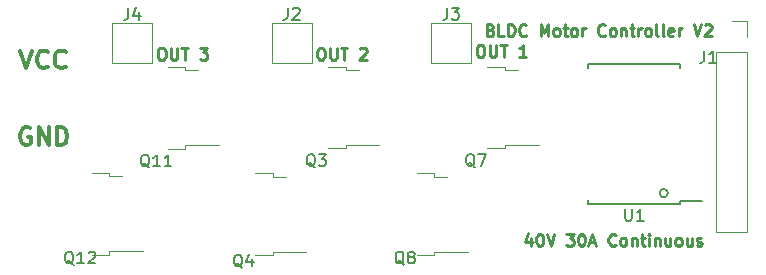
<source format=gbr>
G04 #@! TF.GenerationSoftware,KiCad,Pcbnew,(5.0.1)-3*
G04 #@! TF.CreationDate,2020-02-13T16:16:06-05:00*
G04 #@! TF.ProjectId,ESC_V1,4553435F56312E6B696361645F706362,rev?*
G04 #@! TF.SameCoordinates,Original*
G04 #@! TF.FileFunction,Legend,Top*
G04 #@! TF.FilePolarity,Positive*
%FSLAX46Y46*%
G04 Gerber Fmt 4.6, Leading zero omitted, Abs format (unit mm)*
G04 Created by KiCad (PCBNEW (5.0.1)-3) date 2/13/2020 4:16:06 PM*
%MOMM*%
%LPD*%
G01*
G04 APERTURE LIST*
%ADD10C,0.200000*%
%ADD11C,0.250000*%
%ADD12C,0.300000*%
%ADD13C,0.120000*%
%ADD14C,0.150000*%
G04 APERTURE END LIST*
D10*
X177853553Y-64250000D02*
G75*
G03X177853553Y-64250000I-353553J0D01*
G01*
D11*
X161892857Y-51702380D02*
X162083333Y-51702380D01*
X162178571Y-51750000D01*
X162273809Y-51845238D01*
X162321428Y-52035714D01*
X162321428Y-52369047D01*
X162273809Y-52559523D01*
X162178571Y-52654761D01*
X162083333Y-52702380D01*
X161892857Y-52702380D01*
X161797619Y-52654761D01*
X161702380Y-52559523D01*
X161654761Y-52369047D01*
X161654761Y-52035714D01*
X161702380Y-51845238D01*
X161797619Y-51750000D01*
X161892857Y-51702380D01*
X162750000Y-51702380D02*
X162750000Y-52511904D01*
X162797619Y-52607142D01*
X162845238Y-52654761D01*
X162940476Y-52702380D01*
X163130952Y-52702380D01*
X163226190Y-52654761D01*
X163273809Y-52607142D01*
X163321428Y-52511904D01*
X163321428Y-51702380D01*
X163654761Y-51702380D02*
X164226190Y-51702380D01*
X163940476Y-52702380D02*
X163940476Y-51702380D01*
X165845238Y-52702380D02*
X165273809Y-52702380D01*
X165559523Y-52702380D02*
X165559523Y-51702380D01*
X165464285Y-51845238D01*
X165369047Y-51940476D01*
X165273809Y-51988095D01*
X148392857Y-51952380D02*
X148583333Y-51952380D01*
X148678571Y-52000000D01*
X148773809Y-52095238D01*
X148821428Y-52285714D01*
X148821428Y-52619047D01*
X148773809Y-52809523D01*
X148678571Y-52904761D01*
X148583333Y-52952380D01*
X148392857Y-52952380D01*
X148297619Y-52904761D01*
X148202380Y-52809523D01*
X148154761Y-52619047D01*
X148154761Y-52285714D01*
X148202380Y-52095238D01*
X148297619Y-52000000D01*
X148392857Y-51952380D01*
X149250000Y-51952380D02*
X149250000Y-52761904D01*
X149297619Y-52857142D01*
X149345238Y-52904761D01*
X149440476Y-52952380D01*
X149630952Y-52952380D01*
X149726190Y-52904761D01*
X149773809Y-52857142D01*
X149821428Y-52761904D01*
X149821428Y-51952380D01*
X150154761Y-51952380D02*
X150726190Y-51952380D01*
X150440476Y-52952380D02*
X150440476Y-51952380D01*
X151773809Y-52047619D02*
X151821428Y-52000000D01*
X151916666Y-51952380D01*
X152154761Y-51952380D01*
X152250000Y-52000000D01*
X152297619Y-52047619D01*
X152345238Y-52142857D01*
X152345238Y-52238095D01*
X152297619Y-52380952D01*
X151726190Y-52952380D01*
X152345238Y-52952380D01*
X134892857Y-51952380D02*
X135083333Y-51952380D01*
X135178571Y-52000000D01*
X135273809Y-52095238D01*
X135321428Y-52285714D01*
X135321428Y-52619047D01*
X135273809Y-52809523D01*
X135178571Y-52904761D01*
X135083333Y-52952380D01*
X134892857Y-52952380D01*
X134797619Y-52904761D01*
X134702380Y-52809523D01*
X134654761Y-52619047D01*
X134654761Y-52285714D01*
X134702380Y-52095238D01*
X134797619Y-52000000D01*
X134892857Y-51952380D01*
X135750000Y-51952380D02*
X135750000Y-52761904D01*
X135797619Y-52857142D01*
X135845238Y-52904761D01*
X135940476Y-52952380D01*
X136130952Y-52952380D01*
X136226190Y-52904761D01*
X136273809Y-52857142D01*
X136321428Y-52761904D01*
X136321428Y-51952380D01*
X136654761Y-51952380D02*
X137226190Y-51952380D01*
X136940476Y-52952380D02*
X136940476Y-51952380D01*
X138226190Y-51952380D02*
X138845238Y-51952380D01*
X138511904Y-52333333D01*
X138654761Y-52333333D01*
X138750000Y-52380952D01*
X138797619Y-52428571D01*
X138845238Y-52523809D01*
X138845238Y-52761904D01*
X138797619Y-52857142D01*
X138750000Y-52904761D01*
X138654761Y-52952380D01*
X138369047Y-52952380D01*
X138273809Y-52904761D01*
X138226190Y-52857142D01*
X166250000Y-68035714D02*
X166250000Y-68702380D01*
X166011904Y-67654761D02*
X165773809Y-68369047D01*
X166392857Y-68369047D01*
X166964285Y-67702380D02*
X167059523Y-67702380D01*
X167154761Y-67750000D01*
X167202380Y-67797619D01*
X167250000Y-67892857D01*
X167297619Y-68083333D01*
X167297619Y-68321428D01*
X167250000Y-68511904D01*
X167202380Y-68607142D01*
X167154761Y-68654761D01*
X167059523Y-68702380D01*
X166964285Y-68702380D01*
X166869047Y-68654761D01*
X166821428Y-68607142D01*
X166773809Y-68511904D01*
X166726190Y-68321428D01*
X166726190Y-68083333D01*
X166773809Y-67892857D01*
X166821428Y-67797619D01*
X166869047Y-67750000D01*
X166964285Y-67702380D01*
X167583333Y-67702380D02*
X167916666Y-68702380D01*
X168250000Y-67702380D01*
X169250000Y-67702380D02*
X169869047Y-67702380D01*
X169535714Y-68083333D01*
X169678571Y-68083333D01*
X169773809Y-68130952D01*
X169821428Y-68178571D01*
X169869047Y-68273809D01*
X169869047Y-68511904D01*
X169821428Y-68607142D01*
X169773809Y-68654761D01*
X169678571Y-68702380D01*
X169392857Y-68702380D01*
X169297619Y-68654761D01*
X169250000Y-68607142D01*
X170488095Y-67702380D02*
X170583333Y-67702380D01*
X170678571Y-67750000D01*
X170726190Y-67797619D01*
X170773809Y-67892857D01*
X170821428Y-68083333D01*
X170821428Y-68321428D01*
X170773809Y-68511904D01*
X170726190Y-68607142D01*
X170678571Y-68654761D01*
X170583333Y-68702380D01*
X170488095Y-68702380D01*
X170392857Y-68654761D01*
X170345238Y-68607142D01*
X170297619Y-68511904D01*
X170250000Y-68321428D01*
X170250000Y-68083333D01*
X170297619Y-67892857D01*
X170345238Y-67797619D01*
X170392857Y-67750000D01*
X170488095Y-67702380D01*
X171202380Y-68416666D02*
X171678571Y-68416666D01*
X171107142Y-68702380D02*
X171440476Y-67702380D01*
X171773809Y-68702380D01*
X173440476Y-68607142D02*
X173392857Y-68654761D01*
X173250000Y-68702380D01*
X173154761Y-68702380D01*
X173011904Y-68654761D01*
X172916666Y-68559523D01*
X172869047Y-68464285D01*
X172821428Y-68273809D01*
X172821428Y-68130952D01*
X172869047Y-67940476D01*
X172916666Y-67845238D01*
X173011904Y-67750000D01*
X173154761Y-67702380D01*
X173250000Y-67702380D01*
X173392857Y-67750000D01*
X173440476Y-67797619D01*
X174011904Y-68702380D02*
X173916666Y-68654761D01*
X173869047Y-68607142D01*
X173821428Y-68511904D01*
X173821428Y-68226190D01*
X173869047Y-68130952D01*
X173916666Y-68083333D01*
X174011904Y-68035714D01*
X174154761Y-68035714D01*
X174250000Y-68083333D01*
X174297619Y-68130952D01*
X174345238Y-68226190D01*
X174345238Y-68511904D01*
X174297619Y-68607142D01*
X174250000Y-68654761D01*
X174154761Y-68702380D01*
X174011904Y-68702380D01*
X174773809Y-68035714D02*
X174773809Y-68702380D01*
X174773809Y-68130952D02*
X174821428Y-68083333D01*
X174916666Y-68035714D01*
X175059523Y-68035714D01*
X175154761Y-68083333D01*
X175202380Y-68178571D01*
X175202380Y-68702380D01*
X175535714Y-68035714D02*
X175916666Y-68035714D01*
X175678571Y-67702380D02*
X175678571Y-68559523D01*
X175726190Y-68654761D01*
X175821428Y-68702380D01*
X175916666Y-68702380D01*
X176250000Y-68702380D02*
X176250000Y-68035714D01*
X176250000Y-67702380D02*
X176202380Y-67750000D01*
X176250000Y-67797619D01*
X176297619Y-67750000D01*
X176250000Y-67702380D01*
X176250000Y-67797619D01*
X176726190Y-68035714D02*
X176726190Y-68702380D01*
X176726190Y-68130952D02*
X176773809Y-68083333D01*
X176869047Y-68035714D01*
X177011904Y-68035714D01*
X177107142Y-68083333D01*
X177154761Y-68178571D01*
X177154761Y-68702380D01*
X178059523Y-68035714D02*
X178059523Y-68702380D01*
X177630952Y-68035714D02*
X177630952Y-68559523D01*
X177678571Y-68654761D01*
X177773809Y-68702380D01*
X177916666Y-68702380D01*
X178011904Y-68654761D01*
X178059523Y-68607142D01*
X178678571Y-68702380D02*
X178583333Y-68654761D01*
X178535714Y-68607142D01*
X178488095Y-68511904D01*
X178488095Y-68226190D01*
X178535714Y-68130952D01*
X178583333Y-68083333D01*
X178678571Y-68035714D01*
X178821428Y-68035714D01*
X178916666Y-68083333D01*
X178964285Y-68130952D01*
X179011904Y-68226190D01*
X179011904Y-68511904D01*
X178964285Y-68607142D01*
X178916666Y-68654761D01*
X178821428Y-68702380D01*
X178678571Y-68702380D01*
X179869047Y-68035714D02*
X179869047Y-68702380D01*
X179440476Y-68035714D02*
X179440476Y-68559523D01*
X179488095Y-68654761D01*
X179583333Y-68702380D01*
X179726190Y-68702380D01*
X179821428Y-68654761D01*
X179869047Y-68607142D01*
X180297619Y-68654761D02*
X180392857Y-68702380D01*
X180583333Y-68702380D01*
X180678571Y-68654761D01*
X180726190Y-68559523D01*
X180726190Y-68511904D01*
X180678571Y-68416666D01*
X180583333Y-68369047D01*
X180440476Y-68369047D01*
X180345238Y-68321428D01*
X180297619Y-68226190D01*
X180297619Y-68178571D01*
X180345238Y-68083333D01*
X180440476Y-68035714D01*
X180583333Y-68035714D01*
X180678571Y-68083333D01*
X162833333Y-50428571D02*
X162976190Y-50476190D01*
X163023809Y-50523809D01*
X163071428Y-50619047D01*
X163071428Y-50761904D01*
X163023809Y-50857142D01*
X162976190Y-50904761D01*
X162880952Y-50952380D01*
X162500000Y-50952380D01*
X162500000Y-49952380D01*
X162833333Y-49952380D01*
X162928571Y-50000000D01*
X162976190Y-50047619D01*
X163023809Y-50142857D01*
X163023809Y-50238095D01*
X162976190Y-50333333D01*
X162928571Y-50380952D01*
X162833333Y-50428571D01*
X162500000Y-50428571D01*
X163976190Y-50952380D02*
X163500000Y-50952380D01*
X163500000Y-49952380D01*
X164309523Y-50952380D02*
X164309523Y-49952380D01*
X164547619Y-49952380D01*
X164690476Y-50000000D01*
X164785714Y-50095238D01*
X164833333Y-50190476D01*
X164880952Y-50380952D01*
X164880952Y-50523809D01*
X164833333Y-50714285D01*
X164785714Y-50809523D01*
X164690476Y-50904761D01*
X164547619Y-50952380D01*
X164309523Y-50952380D01*
X165880952Y-50857142D02*
X165833333Y-50904761D01*
X165690476Y-50952380D01*
X165595238Y-50952380D01*
X165452380Y-50904761D01*
X165357142Y-50809523D01*
X165309523Y-50714285D01*
X165261904Y-50523809D01*
X165261904Y-50380952D01*
X165309523Y-50190476D01*
X165357142Y-50095238D01*
X165452380Y-50000000D01*
X165595238Y-49952380D01*
X165690476Y-49952380D01*
X165833333Y-50000000D01*
X165880952Y-50047619D01*
X167071428Y-50952380D02*
X167071428Y-49952380D01*
X167404761Y-50666666D01*
X167738095Y-49952380D01*
X167738095Y-50952380D01*
X168357142Y-50952380D02*
X168261904Y-50904761D01*
X168214285Y-50857142D01*
X168166666Y-50761904D01*
X168166666Y-50476190D01*
X168214285Y-50380952D01*
X168261904Y-50333333D01*
X168357142Y-50285714D01*
X168500000Y-50285714D01*
X168595238Y-50333333D01*
X168642857Y-50380952D01*
X168690476Y-50476190D01*
X168690476Y-50761904D01*
X168642857Y-50857142D01*
X168595238Y-50904761D01*
X168500000Y-50952380D01*
X168357142Y-50952380D01*
X168976190Y-50285714D02*
X169357142Y-50285714D01*
X169119047Y-49952380D02*
X169119047Y-50809523D01*
X169166666Y-50904761D01*
X169261904Y-50952380D01*
X169357142Y-50952380D01*
X169833333Y-50952380D02*
X169738095Y-50904761D01*
X169690476Y-50857142D01*
X169642857Y-50761904D01*
X169642857Y-50476190D01*
X169690476Y-50380952D01*
X169738095Y-50333333D01*
X169833333Y-50285714D01*
X169976190Y-50285714D01*
X170071428Y-50333333D01*
X170119047Y-50380952D01*
X170166666Y-50476190D01*
X170166666Y-50761904D01*
X170119047Y-50857142D01*
X170071428Y-50904761D01*
X169976190Y-50952380D01*
X169833333Y-50952380D01*
X170595238Y-50952380D02*
X170595238Y-50285714D01*
X170595238Y-50476190D02*
X170642857Y-50380952D01*
X170690476Y-50333333D01*
X170785714Y-50285714D01*
X170880952Y-50285714D01*
X172547619Y-50857142D02*
X172500000Y-50904761D01*
X172357142Y-50952380D01*
X172261904Y-50952380D01*
X172119047Y-50904761D01*
X172023809Y-50809523D01*
X171976190Y-50714285D01*
X171928571Y-50523809D01*
X171928571Y-50380952D01*
X171976190Y-50190476D01*
X172023809Y-50095238D01*
X172119047Y-50000000D01*
X172261904Y-49952380D01*
X172357142Y-49952380D01*
X172500000Y-50000000D01*
X172547619Y-50047619D01*
X173119047Y-50952380D02*
X173023809Y-50904761D01*
X172976190Y-50857142D01*
X172928571Y-50761904D01*
X172928571Y-50476190D01*
X172976190Y-50380952D01*
X173023809Y-50333333D01*
X173119047Y-50285714D01*
X173261904Y-50285714D01*
X173357142Y-50333333D01*
X173404761Y-50380952D01*
X173452380Y-50476190D01*
X173452380Y-50761904D01*
X173404761Y-50857142D01*
X173357142Y-50904761D01*
X173261904Y-50952380D01*
X173119047Y-50952380D01*
X173880952Y-50285714D02*
X173880952Y-50952380D01*
X173880952Y-50380952D02*
X173928571Y-50333333D01*
X174023809Y-50285714D01*
X174166666Y-50285714D01*
X174261904Y-50333333D01*
X174309523Y-50428571D01*
X174309523Y-50952380D01*
X174642857Y-50285714D02*
X175023809Y-50285714D01*
X174785714Y-49952380D02*
X174785714Y-50809523D01*
X174833333Y-50904761D01*
X174928571Y-50952380D01*
X175023809Y-50952380D01*
X175357142Y-50952380D02*
X175357142Y-50285714D01*
X175357142Y-50476190D02*
X175404761Y-50380952D01*
X175452380Y-50333333D01*
X175547619Y-50285714D01*
X175642857Y-50285714D01*
X176119047Y-50952380D02*
X176023809Y-50904761D01*
X175976190Y-50857142D01*
X175928571Y-50761904D01*
X175928571Y-50476190D01*
X175976190Y-50380952D01*
X176023809Y-50333333D01*
X176119047Y-50285714D01*
X176261904Y-50285714D01*
X176357142Y-50333333D01*
X176404761Y-50380952D01*
X176452380Y-50476190D01*
X176452380Y-50761904D01*
X176404761Y-50857142D01*
X176357142Y-50904761D01*
X176261904Y-50952380D01*
X176119047Y-50952380D01*
X177023809Y-50952380D02*
X176928571Y-50904761D01*
X176880952Y-50809523D01*
X176880952Y-49952380D01*
X177547619Y-50952380D02*
X177452380Y-50904761D01*
X177404761Y-50809523D01*
X177404761Y-49952380D01*
X178309523Y-50904761D02*
X178214285Y-50952380D01*
X178023809Y-50952380D01*
X177928571Y-50904761D01*
X177880952Y-50809523D01*
X177880952Y-50428571D01*
X177928571Y-50333333D01*
X178023809Y-50285714D01*
X178214285Y-50285714D01*
X178309523Y-50333333D01*
X178357142Y-50428571D01*
X178357142Y-50523809D01*
X177880952Y-50619047D01*
X178785714Y-50952380D02*
X178785714Y-50285714D01*
X178785714Y-50476190D02*
X178833333Y-50380952D01*
X178880952Y-50333333D01*
X178976190Y-50285714D01*
X179071428Y-50285714D01*
X180023809Y-49952380D02*
X180357142Y-50952380D01*
X180690476Y-49952380D01*
X180976190Y-50047619D02*
X181023809Y-50000000D01*
X181119047Y-49952380D01*
X181357142Y-49952380D01*
X181452380Y-50000000D01*
X181500000Y-50047619D01*
X181547619Y-50142857D01*
X181547619Y-50238095D01*
X181500000Y-50380952D01*
X180928571Y-50952380D01*
X181547619Y-50952380D01*
D12*
X123857142Y-58750000D02*
X123714285Y-58678571D01*
X123500000Y-58678571D01*
X123285714Y-58750000D01*
X123142857Y-58892857D01*
X123071428Y-59035714D01*
X123000000Y-59321428D01*
X123000000Y-59535714D01*
X123071428Y-59821428D01*
X123142857Y-59964285D01*
X123285714Y-60107142D01*
X123500000Y-60178571D01*
X123642857Y-60178571D01*
X123857142Y-60107142D01*
X123928571Y-60035714D01*
X123928571Y-59535714D01*
X123642857Y-59535714D01*
X124571428Y-60178571D02*
X124571428Y-58678571D01*
X125428571Y-60178571D01*
X125428571Y-58678571D01*
X126142857Y-60178571D02*
X126142857Y-58678571D01*
X126500000Y-58678571D01*
X126714285Y-58750000D01*
X126857142Y-58892857D01*
X126928571Y-59035714D01*
X127000000Y-59321428D01*
X127000000Y-59535714D01*
X126928571Y-59821428D01*
X126857142Y-59964285D01*
X126714285Y-60107142D01*
X126500000Y-60178571D01*
X126142857Y-60178571D01*
X123000000Y-52178571D02*
X123500000Y-53678571D01*
X124000000Y-52178571D01*
X125357142Y-53535714D02*
X125285714Y-53607142D01*
X125071428Y-53678571D01*
X124928571Y-53678571D01*
X124714285Y-53607142D01*
X124571428Y-53464285D01*
X124500000Y-53321428D01*
X124428571Y-53035714D01*
X124428571Y-52821428D01*
X124500000Y-52535714D01*
X124571428Y-52392857D01*
X124714285Y-52250000D01*
X124928571Y-52178571D01*
X125071428Y-52178571D01*
X125285714Y-52250000D01*
X125357142Y-52321428D01*
X126857142Y-53535714D02*
X126785714Y-53607142D01*
X126571428Y-53678571D01*
X126428571Y-53678571D01*
X126214285Y-53607142D01*
X126071428Y-53464285D01*
X126000000Y-53321428D01*
X125928571Y-53035714D01*
X125928571Y-52821428D01*
X126000000Y-52535714D01*
X126071428Y-52392857D01*
X126214285Y-52250000D01*
X126428571Y-52178571D01*
X126571428Y-52178571D01*
X126785714Y-52250000D01*
X126857142Y-52321428D01*
D13*
G04 #@! TO.C,Q3*
X149070000Y-60450000D02*
X150570000Y-60450000D01*
X150570000Y-60450000D02*
X150570000Y-60180000D01*
X150570000Y-60180000D02*
X153400000Y-60180000D01*
X149070000Y-53550000D02*
X150570000Y-53550000D01*
X150570000Y-53550000D02*
X150570000Y-53820000D01*
X150570000Y-53820000D02*
X151670000Y-53820000D01*
G04 #@! TO.C,Q4*
X144395000Y-62845000D02*
X145495000Y-62845000D01*
X144395000Y-62575000D02*
X144395000Y-62845000D01*
X142895000Y-62575000D02*
X144395000Y-62575000D01*
X144395000Y-69205000D02*
X147225000Y-69205000D01*
X144395000Y-69475000D02*
X144395000Y-69205000D01*
X142895000Y-69475000D02*
X144395000Y-69475000D01*
G04 #@! TO.C,Q7*
X162570000Y-60450000D02*
X164070000Y-60450000D01*
X164070000Y-60450000D02*
X164070000Y-60180000D01*
X164070000Y-60180000D02*
X166900000Y-60180000D01*
X162570000Y-53550000D02*
X164070000Y-53550000D01*
X164070000Y-53550000D02*
X164070000Y-53820000D01*
X164070000Y-53820000D02*
X165170000Y-53820000D01*
G04 #@! TO.C,Q8*
X158070000Y-62845000D02*
X159170000Y-62845000D01*
X158070000Y-62575000D02*
X158070000Y-62845000D01*
X156570000Y-62575000D02*
X158070000Y-62575000D01*
X158070000Y-69205000D02*
X160900000Y-69205000D01*
X158070000Y-69475000D02*
X158070000Y-69205000D01*
X156570000Y-69475000D02*
X158070000Y-69475000D01*
G04 #@! TO.C,Q11*
X136995000Y-53845000D02*
X138095000Y-53845000D01*
X136995000Y-53575000D02*
X136995000Y-53845000D01*
X135495000Y-53575000D02*
X136995000Y-53575000D01*
X136995000Y-60205000D02*
X139825000Y-60205000D01*
X136995000Y-60475000D02*
X136995000Y-60205000D01*
X135495000Y-60475000D02*
X136995000Y-60475000D01*
G04 #@! TO.C,Q12*
X129070000Y-69450000D02*
X130570000Y-69450000D01*
X130570000Y-69450000D02*
X130570000Y-69180000D01*
X130570000Y-69180000D02*
X133400000Y-69180000D01*
X129070000Y-62550000D02*
X130570000Y-62550000D01*
X130570000Y-62550000D02*
X130570000Y-62820000D01*
X130570000Y-62820000D02*
X131670000Y-62820000D01*
D14*
G04 #@! TO.C,U1*
X178875000Y-65200000D02*
X178875000Y-64950000D01*
X171125000Y-65200000D02*
X171125000Y-64855000D01*
X171125000Y-53300000D02*
X171125000Y-53645000D01*
X178875000Y-53300000D02*
X178875000Y-53645000D01*
X178875000Y-65200000D02*
X171125000Y-65200000D01*
X178875000Y-53300000D02*
X171125000Y-53300000D01*
X178875000Y-64950000D02*
X180700000Y-64950000D01*
D13*
G04 #@! TO.C,J2*
X144300000Y-49800000D02*
X147700000Y-49800000D01*
X147700000Y-49800000D02*
X147700000Y-53200000D01*
X147700000Y-53200000D02*
X144300000Y-53200000D01*
X144300000Y-53200000D02*
X144300000Y-49800000D01*
G04 #@! TO.C,J3*
X157800000Y-53200000D02*
X157800000Y-49800000D01*
X161200000Y-53200000D02*
X157800000Y-53200000D01*
X161200000Y-49800000D02*
X161200000Y-53200000D01*
X157800000Y-49800000D02*
X161200000Y-49800000D01*
G04 #@! TO.C,J4*
X130800000Y-49800000D02*
X134200000Y-49800000D01*
X134200000Y-49800000D02*
X134200000Y-53200000D01*
X134200000Y-53200000D02*
X130800000Y-53200000D01*
X130800000Y-53200000D02*
X130800000Y-49800000D01*
G04 #@! TO.C,J1*
X181920000Y-52270000D02*
X184580000Y-52270000D01*
X181920000Y-52270000D02*
X181920000Y-67570000D01*
X181920000Y-67570000D02*
X184580000Y-67570000D01*
X184580000Y-52270000D02*
X184580000Y-67570000D01*
X184580000Y-49670000D02*
X184580000Y-51000000D01*
X183250000Y-49670000D02*
X184580000Y-49670000D01*
G04 #@! TO.C,Q3*
D14*
X148004761Y-62047619D02*
X147909523Y-62000000D01*
X147814285Y-61904761D01*
X147671428Y-61761904D01*
X147576190Y-61714285D01*
X147480952Y-61714285D01*
X147528571Y-61952380D02*
X147433333Y-61904761D01*
X147338095Y-61809523D01*
X147290476Y-61619047D01*
X147290476Y-61285714D01*
X147338095Y-61095238D01*
X147433333Y-61000000D01*
X147528571Y-60952380D01*
X147719047Y-60952380D01*
X147814285Y-61000000D01*
X147909523Y-61095238D01*
X147957142Y-61285714D01*
X147957142Y-61619047D01*
X147909523Y-61809523D01*
X147814285Y-61904761D01*
X147719047Y-61952380D01*
X147528571Y-61952380D01*
X148290476Y-60952380D02*
X148909523Y-60952380D01*
X148576190Y-61333333D01*
X148719047Y-61333333D01*
X148814285Y-61380952D01*
X148861904Y-61428571D01*
X148909523Y-61523809D01*
X148909523Y-61761904D01*
X148861904Y-61857142D01*
X148814285Y-61904761D01*
X148719047Y-61952380D01*
X148433333Y-61952380D01*
X148338095Y-61904761D01*
X148290476Y-61857142D01*
G04 #@! TO.C,Q4*
X141829761Y-70547619D02*
X141734523Y-70500000D01*
X141639285Y-70404761D01*
X141496428Y-70261904D01*
X141401190Y-70214285D01*
X141305952Y-70214285D01*
X141353571Y-70452380D02*
X141258333Y-70404761D01*
X141163095Y-70309523D01*
X141115476Y-70119047D01*
X141115476Y-69785714D01*
X141163095Y-69595238D01*
X141258333Y-69500000D01*
X141353571Y-69452380D01*
X141544047Y-69452380D01*
X141639285Y-69500000D01*
X141734523Y-69595238D01*
X141782142Y-69785714D01*
X141782142Y-70119047D01*
X141734523Y-70309523D01*
X141639285Y-70404761D01*
X141544047Y-70452380D01*
X141353571Y-70452380D01*
X142639285Y-69785714D02*
X142639285Y-70452380D01*
X142401190Y-69404761D02*
X142163095Y-70119047D01*
X142782142Y-70119047D01*
G04 #@! TO.C,Q7*
X161504761Y-62047619D02*
X161409523Y-62000000D01*
X161314285Y-61904761D01*
X161171428Y-61761904D01*
X161076190Y-61714285D01*
X160980952Y-61714285D01*
X161028571Y-61952380D02*
X160933333Y-61904761D01*
X160838095Y-61809523D01*
X160790476Y-61619047D01*
X160790476Y-61285714D01*
X160838095Y-61095238D01*
X160933333Y-61000000D01*
X161028571Y-60952380D01*
X161219047Y-60952380D01*
X161314285Y-61000000D01*
X161409523Y-61095238D01*
X161457142Y-61285714D01*
X161457142Y-61619047D01*
X161409523Y-61809523D01*
X161314285Y-61904761D01*
X161219047Y-61952380D01*
X161028571Y-61952380D01*
X161790476Y-60952380D02*
X162457142Y-60952380D01*
X162028571Y-61952380D01*
G04 #@! TO.C,Q8*
X155504761Y-70297619D02*
X155409523Y-70250000D01*
X155314285Y-70154761D01*
X155171428Y-70011904D01*
X155076190Y-69964285D01*
X154980952Y-69964285D01*
X155028571Y-70202380D02*
X154933333Y-70154761D01*
X154838095Y-70059523D01*
X154790476Y-69869047D01*
X154790476Y-69535714D01*
X154838095Y-69345238D01*
X154933333Y-69250000D01*
X155028571Y-69202380D01*
X155219047Y-69202380D01*
X155314285Y-69250000D01*
X155409523Y-69345238D01*
X155457142Y-69535714D01*
X155457142Y-69869047D01*
X155409523Y-70059523D01*
X155314285Y-70154761D01*
X155219047Y-70202380D01*
X155028571Y-70202380D01*
X156028571Y-69630952D02*
X155933333Y-69583333D01*
X155885714Y-69535714D01*
X155838095Y-69440476D01*
X155838095Y-69392857D01*
X155885714Y-69297619D01*
X155933333Y-69250000D01*
X156028571Y-69202380D01*
X156219047Y-69202380D01*
X156314285Y-69250000D01*
X156361904Y-69297619D01*
X156409523Y-69392857D01*
X156409523Y-69440476D01*
X156361904Y-69535714D01*
X156314285Y-69583333D01*
X156219047Y-69630952D01*
X156028571Y-69630952D01*
X155933333Y-69678571D01*
X155885714Y-69726190D01*
X155838095Y-69821428D01*
X155838095Y-70011904D01*
X155885714Y-70107142D01*
X155933333Y-70154761D01*
X156028571Y-70202380D01*
X156219047Y-70202380D01*
X156314285Y-70154761D01*
X156361904Y-70107142D01*
X156409523Y-70011904D01*
X156409523Y-69821428D01*
X156361904Y-69726190D01*
X156314285Y-69678571D01*
X156219047Y-69630952D01*
G04 #@! TO.C,Q11*
X133953571Y-62072619D02*
X133858333Y-62025000D01*
X133763095Y-61929761D01*
X133620238Y-61786904D01*
X133525000Y-61739285D01*
X133429761Y-61739285D01*
X133477380Y-61977380D02*
X133382142Y-61929761D01*
X133286904Y-61834523D01*
X133239285Y-61644047D01*
X133239285Y-61310714D01*
X133286904Y-61120238D01*
X133382142Y-61025000D01*
X133477380Y-60977380D01*
X133667857Y-60977380D01*
X133763095Y-61025000D01*
X133858333Y-61120238D01*
X133905952Y-61310714D01*
X133905952Y-61644047D01*
X133858333Y-61834523D01*
X133763095Y-61929761D01*
X133667857Y-61977380D01*
X133477380Y-61977380D01*
X134858333Y-61977380D02*
X134286904Y-61977380D01*
X134572619Y-61977380D02*
X134572619Y-60977380D01*
X134477380Y-61120238D01*
X134382142Y-61215476D01*
X134286904Y-61263095D01*
X135810714Y-61977380D02*
X135239285Y-61977380D01*
X135525000Y-61977380D02*
X135525000Y-60977380D01*
X135429761Y-61120238D01*
X135334523Y-61215476D01*
X135239285Y-61263095D01*
G04 #@! TO.C,Q12*
X127528571Y-70297619D02*
X127433333Y-70250000D01*
X127338095Y-70154761D01*
X127195238Y-70011904D01*
X127100000Y-69964285D01*
X127004761Y-69964285D01*
X127052380Y-70202380D02*
X126957142Y-70154761D01*
X126861904Y-70059523D01*
X126814285Y-69869047D01*
X126814285Y-69535714D01*
X126861904Y-69345238D01*
X126957142Y-69250000D01*
X127052380Y-69202380D01*
X127242857Y-69202380D01*
X127338095Y-69250000D01*
X127433333Y-69345238D01*
X127480952Y-69535714D01*
X127480952Y-69869047D01*
X127433333Y-70059523D01*
X127338095Y-70154761D01*
X127242857Y-70202380D01*
X127052380Y-70202380D01*
X128433333Y-70202380D02*
X127861904Y-70202380D01*
X128147619Y-70202380D02*
X128147619Y-69202380D01*
X128052380Y-69345238D01*
X127957142Y-69440476D01*
X127861904Y-69488095D01*
X128814285Y-69297619D02*
X128861904Y-69250000D01*
X128957142Y-69202380D01*
X129195238Y-69202380D01*
X129290476Y-69250000D01*
X129338095Y-69297619D01*
X129385714Y-69392857D01*
X129385714Y-69488095D01*
X129338095Y-69630952D01*
X128766666Y-70202380D01*
X129385714Y-70202380D01*
G04 #@! TO.C,U1*
X174238095Y-65577380D02*
X174238095Y-66386904D01*
X174285714Y-66482142D01*
X174333333Y-66529761D01*
X174428571Y-66577380D01*
X174619047Y-66577380D01*
X174714285Y-66529761D01*
X174761904Y-66482142D01*
X174809523Y-66386904D01*
X174809523Y-65577380D01*
X175809523Y-66577380D02*
X175238095Y-66577380D01*
X175523809Y-66577380D02*
X175523809Y-65577380D01*
X175428571Y-65720238D01*
X175333333Y-65815476D01*
X175238095Y-65863095D01*
G04 #@! TO.C,J2*
X145666666Y-48554380D02*
X145666666Y-49268666D01*
X145619047Y-49411523D01*
X145523809Y-49506761D01*
X145380952Y-49554380D01*
X145285714Y-49554380D01*
X146095238Y-48649619D02*
X146142857Y-48602000D01*
X146238095Y-48554380D01*
X146476190Y-48554380D01*
X146571428Y-48602000D01*
X146619047Y-48649619D01*
X146666666Y-48744857D01*
X146666666Y-48840095D01*
X146619047Y-48982952D01*
X146047619Y-49554380D01*
X146666666Y-49554380D01*
G04 #@! TO.C,J3*
X159166666Y-48554380D02*
X159166666Y-49268666D01*
X159119047Y-49411523D01*
X159023809Y-49506761D01*
X158880952Y-49554380D01*
X158785714Y-49554380D01*
X159547619Y-48554380D02*
X160166666Y-48554380D01*
X159833333Y-48935333D01*
X159976190Y-48935333D01*
X160071428Y-48982952D01*
X160119047Y-49030571D01*
X160166666Y-49125809D01*
X160166666Y-49363904D01*
X160119047Y-49459142D01*
X160071428Y-49506761D01*
X159976190Y-49554380D01*
X159690476Y-49554380D01*
X159595238Y-49506761D01*
X159547619Y-49459142D01*
G04 #@! TO.C,J4*
X132166666Y-48554380D02*
X132166666Y-49268666D01*
X132119047Y-49411523D01*
X132023809Y-49506761D01*
X131880952Y-49554380D01*
X131785714Y-49554380D01*
X133071428Y-48887714D02*
X133071428Y-49554380D01*
X132833333Y-48506761D02*
X132595238Y-49221047D01*
X133214285Y-49221047D01*
G04 #@! TO.C,J1*
X180916666Y-52202380D02*
X180916666Y-52916666D01*
X180869047Y-53059523D01*
X180773809Y-53154761D01*
X180630952Y-53202380D01*
X180535714Y-53202380D01*
X181916666Y-53202380D02*
X181345238Y-53202380D01*
X181630952Y-53202380D02*
X181630952Y-52202380D01*
X181535714Y-52345238D01*
X181440476Y-52440476D01*
X181345238Y-52488095D01*
G04 #@! TD*
M02*

</source>
